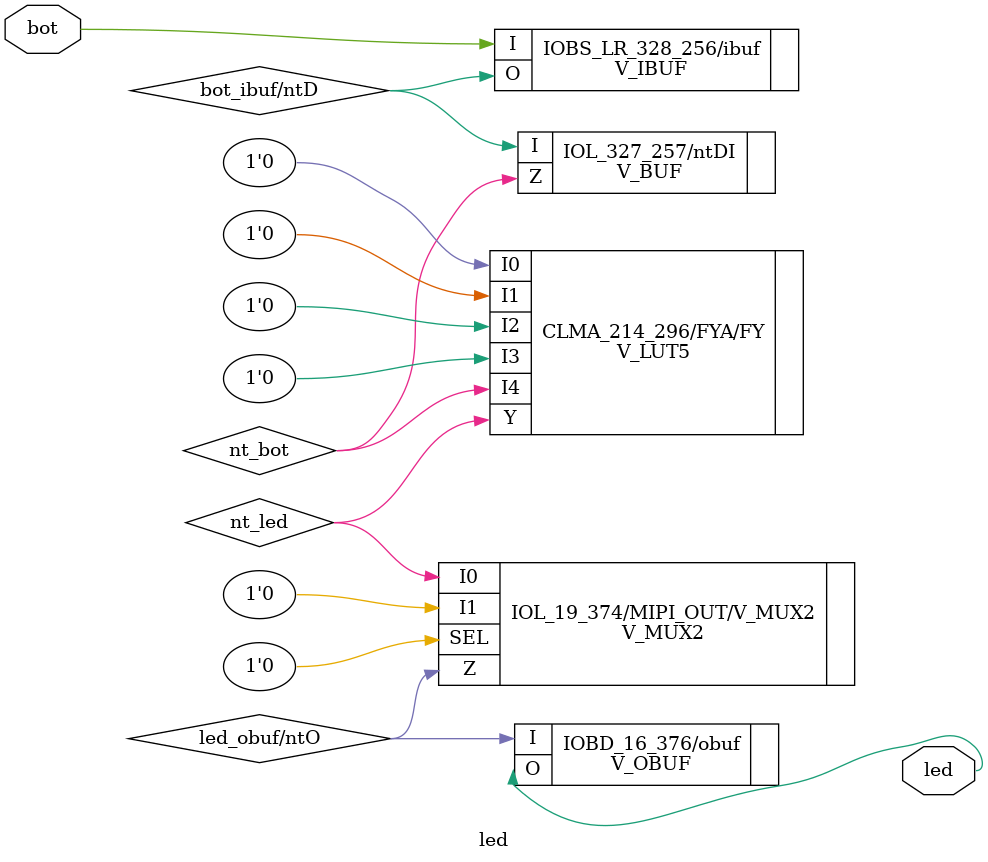
<source format=v>

module led
(
    led,
    bot
);

(* PAP_IO_DIRECTION="INPUT", PAP_IO_LOC="K18", PAP_IO_VCCIO="1.2", PAP_IO_STANDARD="LVCMOS12", PAP_IO_NONE="TRUE", PAP_PORT_BUF_UNIT_TYPE="GTP_INBUF" *)    input bot;
(* PAP_IO_DIRECTION="OUTPUT", PAP_IO_LOC="B2", PAP_IO_VCCIO="1.2", PAP_IO_STANDARD="LVCMOS12", PAP_IO_DRIVE="2", PAP_IO_NONE="TRUE", PAP_IO_SLEW="SLOW", PAP_PORT_BUF_UNIT_TYPE="GTP_OUTBUF" *)    output led;

    wire \bot_ibuf/ntD ;
    wire \led_obuf/ntO ;
    wire nt_bot;
    wire nt_led;

    V_LUT5 /* N0/gateop_perm/FYA/FY */ #(
            .INIT(32'b00000000000000001111111111111111))
        \CLMA_214_296/FYA/FY  (
            .Y (nt_led),
            .I0 (1'b0),
            .I1 (1'b0),
            .I2 (1'b0),
            .I3 (1'b0),
            .I4 (nt_bot));
	// LUT = ~I4 ;

    V_GRS GRS_INST (
            .GRS_N (1'b1));

    V_OBUF /* led_obuf/opit_0/obuf */ #(
            .IOSTANDARD("LVCMOS12"), 
            .SLEW_RATE("SLOW"), 
            .DRIVE_STRENGTH("8"))
        \IOBD_16_376/obuf  (
            .O (led),
            .I (\led_obuf/ntO ));
	// ../led.v:3

    V_IBUF /* bot_ibuf/opit_0/ibuf */ #(
            .IOSTANDARD("LVCMOS12"), 
            .TERM_DDR("ON"))
        \IOBS_LR_328_256/ibuf  (
            .O (\bot_ibuf/ntD ),
            .I (bot));
	// ../led.v:2

    V_MUX2 \IOL_19_374/MIPI_OUT/V_MUX2  (
            .Z (\led_obuf/ntO ),
            .I0 (nt_led),
            .I1 (1'b0),
            .SEL (1'b0));
	// ../led.v:3

    V_BUF \IOL_327_257/ntDI  (
            .Z (nt_bot),
            .I (\bot_ibuf/ntD ));
	// ../led.v:2


endmodule


</source>
